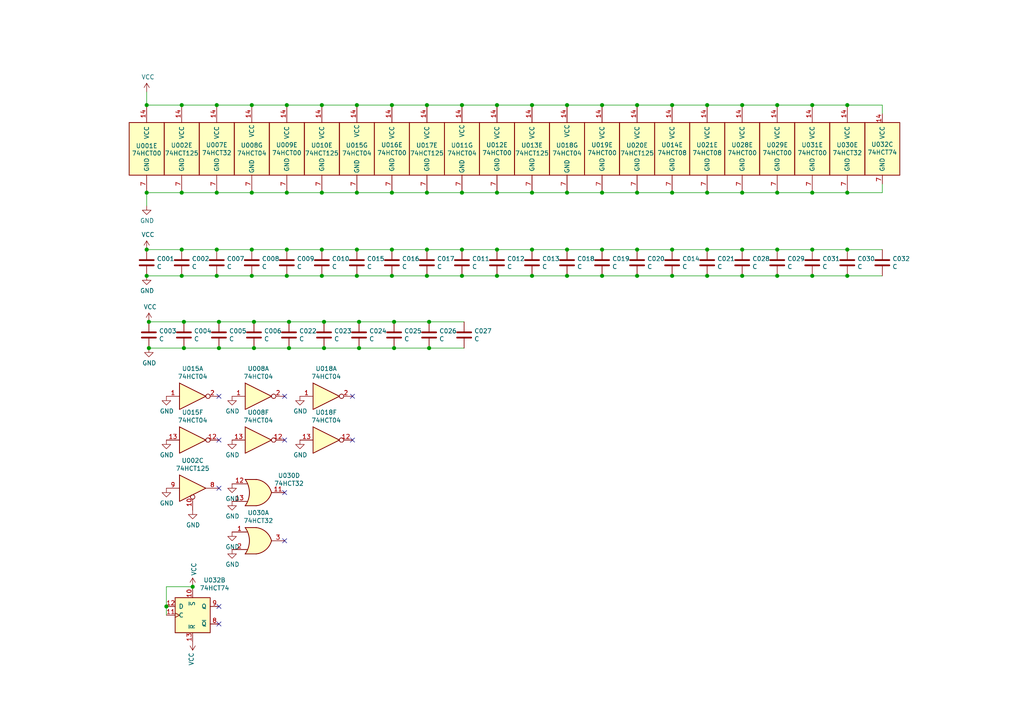
<source format=kicad_sch>
(kicad_sch (version 20211123) (generator eeschema)
  (paper "A4")
  (title_block (title "74HCT6526 Board 0") (date "2022-10-08") (rev "0.1.2") (company "Daniel Molina") (comment 1 "https://github.com/dmolinagarcia/74HCT6526"))
  (lib_symbols
    (symbol "74xx:74HCT00" (pin_names (offset 1.016))
      (property "Reference" "U" (at 0 1.27 0))
      (property "Value" "74HCT00" (at 0 -1.27 0))
      (symbol "74HCT00_1_1"
        (pin input line (at -7.62 2.54 0) (length 3.81) (name "~") (number "1"))
        (pin input line (at -7.62 -2.54 0) (length 3.81) (name "~") (number "2"))
        (pin output inverted (at 7.62 0 180) (length 3.81) (name "~") (number "3"))
      )
      (symbol "74HCT00_1_2"
        (pin input inverted (at -7.62 2.54 0) (length 4.318) (name "~") (number "1"))
        (pin input inverted (at -7.62 -2.54 0) (length 4.318) (name "~") (number "2"))
        (pin output line (at 7.62 0 180) (length 3.81) (name "~") (number "3"))
      )
      (symbol "74HCT00_2_1"
        (pin input line (at -7.62 2.54 0) (length 3.81) (name "~") (number "4"))
        (pin input line (at -7.62 -2.54 0) (length 3.81) (name "~") (number "5"))
        (pin output inverted (at 7.62 0 180) (length 3.81) (name "~") (number "6"))
      )
      (symbol "74HCT00_2_2"
        (pin input inverted (at -7.62 2.54 0) (length 4.318) (name "~") (number "4"))
        (pin input inverted (at -7.62 -2.54 0) (length 4.318) (name "~") (number "5"))
        (pin output line (at 7.62 0 180) (length 3.81) (name "~") (number "6"))
      )
      (symbol "74HCT00_3_1"
        (pin input line (at -7.62 -2.54 0) (length 3.81) (name "~") (number "10"))
        (pin output inverted (at 7.62 0 180) (length 3.81) (name "~") (number "8"))
        (pin input line (at -7.62 2.54 0) (length 3.81) (name "~") (number "9"))
      )
      (symbol "74HCT00_3_2"
        (pin input inverted (at -7.62 -2.54 0) (length 4.318) (name "~") (number "10"))
        (pin output line (at 7.62 0 180) (length 3.81) (name "~") (number "8"))
        (pin input inverted (at -7.62 2.54 0) (length 4.318) (name "~") (number "9"))
      )
      (symbol "74HCT00_4_1"
        (pin output inverted (at 7.62 0 180) (length 3.81) (name "~") (number "11"))
        (pin input line (at -7.62 2.54 0) (length 3.81) (name "~") (number "12"))
        (pin input line (at -7.62 -2.54 0) (length 3.81) (name "~") (number "13"))
      )
      (symbol "74HCT00_4_2"
        (pin output line (at 7.62 0 180) (length 3.81) (name "~") (number "11"))
        (pin input inverted (at -7.62 2.54 0) (length 4.318) (name "~") (number "12"))
        (pin input inverted (at -7.62 -2.54 0) (length 4.318) (name "~") (number "13"))
      )
      (symbol "74HCT00_5_0"
        (pin power_in line (at 0 12.7 270) (length 5.08) (name "VCC") (number "14"))
        (pin power_in line (at 0 -12.7 90) (length 5.08) (name "GND") (number "7"))
      )
    )
    (symbol "74xx:74HCT00_1" (pin_names (offset 1.016))
      (property "Reference" "U" (at 0 1.27 0))
      (property "Value" "74HCT00" (at 0 -1.27 0))
      (symbol "74HCT00_1_1_1"
        (pin input line (at -7.62 2.54 0) (length 3.81) (name "~") (number "1"))
        (pin input line (at -7.62 -2.54 0) (length 3.81) (name "~") (number "2"))
        (pin output inverted (at 7.62 0 180) (length 3.81) (name "~") (number "3"))
      )
      (symbol "74HCT00_1_1_2"
        (pin input inverted (at -7.62 2.54 0) (length 4.318) (name "~") (number "1"))
        (pin input inverted (at -7.62 -2.54 0) (length 4.318) (name "~") (number "2"))
        (pin output line (at 7.62 0 180) (length 3.81) (name "~") (number "3"))
      )
      (symbol "74HCT00_1_2_1"
        (pin input line (at -7.62 2.54 0) (length 3.81) (name "~") (number "4"))
        (pin input line (at -7.62 -2.54 0) (length 3.81) (name "~") (number "5"))
        (pin output inverted (at 7.62 0 180) (length 3.81) (name "~") (number "6"))
      )
      (symbol "74HCT00_1_2_2"
        (pin input inverted (at -7.62 2.54 0) (length 4.318) (name "~") (number "4"))
        (pin input inverted (at -7.62 -2.54 0) (length 4.318) (name "~") (number "5"))
        (pin output line (at 7.62 0 180) (length 3.81) (name "~") (number "6"))
      )
      (symbol "74HCT00_1_3_1"
        (pin input line (at -7.62 -2.54 0) (length 3.81) (name "~") (number "10"))
        (pin output inverted (at 7.62 0 180) (length 3.81) (name "~") (number "8"))
        (pin input line (at -7.62 2.54 0) (length 3.81) (name "~") (number "9"))
      )
      (symbol "74HCT00_1_3_2"
        (pin input inverted (at -7.62 -2.54 0) (length 4.318) (name "~") (number "10"))
        (pin output line (at 7.62 0 180) (length 3.81) (name "~") (number "8"))
        (pin input inverted (at -7.62 2.54 0) (length 4.318) (name "~") (number "9"))
      )
      (symbol "74HCT00_1_4_1"
        (pin output inverted (at 7.62 0 180) (length 3.81) (name "~") (number "11"))
        (pin input line (at -7.62 2.54 0) (length 3.81) (name "~") (number "12"))
        (pin input line (at -7.62 -2.54 0) (length 3.81) (name "~") (number "13"))
      )
      (symbol "74HCT00_1_4_2"
        (pin output line (at 7.62 0 180) (length 3.81) (name "~") (number "11"))
        (pin input inverted (at -7.62 2.54 0) (length 4.318) (name "~") (number "12"))
        (pin input inverted (at -7.62 -2.54 0) (length 4.318) (name "~") (number "13"))
      )
      (symbol "74HCT00_1_5_0"
        (pin power_in line (at 0 12.7 270) (length 5.08) (name "VCC") (number "14"))
        (pin power_in line (at 0 -12.7 90) (length 5.08) (name "GND") (number "7"))
      )
    )
    (symbol "74xx:74HCT00_2" (pin_names (offset 1.016))
      (property "Reference" "U" (at 0 1.27 0))
      (property "Value" "74HCT00" (at 0 -1.27 0))
      (symbol "74HCT00_2_1_1"
        (pin input line (at -7.62 2.54 0) (length 3.81) (name "~") (number "1"))
        (pin input line (at -7.62 -2.54 0) (length 3.81) (name "~") (number "2"))
        (pin output inverted (at 7.62 0 180) (length 3.81) (name "~") (number "3"))
      )
      (symbol "74HCT00_2_1_2"
        (pin input inverted (at -7.62 2.54 0) (length 4.318) (name "~") (number "1"))
        (pin input inverted (at -7.62 -2.54 0) (length 4.318) (name "~") (number "2"))
        (pin output line (at 7.62 0 180) (length 3.81) (name "~") (number "3"))
      )
      (symbol "74HCT00_2_2_1"
        (pin input line (at -7.62 2.54 0) (length 3.81) (name "~") (number "4"))
        (pin input line (at -7.62 -2.54 0) (length 3.81) (name "~") (number "5"))
        (pin output inverted (at 7.62 0 180) (length 3.81) (name "~") (number "6"))
      )
      (symbol "74HCT00_2_2_2"
        (pin input inverted (at -7.62 2.54 0) (length 4.318) (name "~") (number "4"))
        (pin input inverted (at -7.62 -2.54 0) (length 4.318) (name "~") (number "5"))
        (pin output line (at 7.62 0 180) (length 3.81) (name "~") (number "6"))
      )
      (symbol "74HCT00_2_3_1"
        (pin input line (at -7.62 -2.54 0) (length 3.81) (name "~") (number "10"))
        (pin output inverted (at 7.62 0 180) (length 3.81) (name "~") (number "8"))
        (pin input line (at -7.62 2.54 0) (length 3.81) (name "~") (number "9"))
      )
      (symbol "74HCT00_2_3_2"
        (pin input inverted (at -7.62 -2.54 0) (length 4.318) (name "~") (number "10"))
        (pin output line (at 7.62 0 180) (length 3.81) (name "~") (number "8"))
        (pin input inverted (at -7.62 2.54 0) (length 4.318) (name "~") (number "9"))
      )
      (symbol "74HCT00_2_4_1"
        (pin output inverted (at 7.62 0 180) (length 3.81) (name "~") (number "11"))
        (pin input line (at -7.62 2.54 0) (length 3.81) (name "~") (number "12"))
        (pin input line (at -7.62 -2.54 0) (length 3.81) (name "~") (number "13"))
      )
      (symbol "74HCT00_2_4_2"
        (pin output line (at 7.62 0 180) (length 3.81) (name "~") (number "11"))
        (pin input inverted (at -7.62 2.54 0) (length 4.318) (name "~") (number "12"))
        (pin input inverted (at -7.62 -2.54 0) (length 4.318) (name "~") (number "13"))
      )
      (symbol "74HCT00_2_5_0"
        (pin power_in line (at 0 12.7 270) (length 5.08) (name "VCC") (number "14"))
        (pin power_in line (at 0 -12.7 90) (length 5.08) (name "GND") (number "7"))
      )
    )
    (symbol "74xx:74HCT00_7" (pin_names (offset 1.016))
      (property "Reference" "U" (at 0 1.27 0))
      (property "Value" "74HCT00" (at 0 -1.27 0))
      (symbol "74HCT00_7_1_1"
        (pin input line (at -7.62 2.54 0) (length 3.81) (name "~") (number "1"))
        (pin input line (at -7.62 -2.54 0) (length 3.81) (name "~") (number "2"))
        (pin output inverted (at 7.62 0 180) (length 3.81) (name "~") (number "3"))
      )
      (symbol "74HCT00_7_1_2"
        (pin input inverted (at -7.62 2.54 0) (length 4.318) (name "~") (number "1"))
        (pin input inverted (at -7.62 -2.54 0) (length 4.318) (name "~") (number "2"))
        (pin output line (at 7.62 0 180) (length 3.81) (name "~") (number "3"))
      )
      (symbol "74HCT00_7_2_1"
        (pin input line (at -7.62 2.54 0) (length 3.81) (name "~") (number "4"))
        (pin input line (at -7.62 -2.54 0) (length 3.81) (name "~") (number "5"))
        (pin output inverted (at 7.62 0 180) (length 3.81) (name "~") (number "6"))
      )
      (symbol "74HCT00_7_2_2"
        (pin input inverted (at -7.62 2.54 0) (length 4.318) (name "~") (number "4"))
        (pin input inverted (at -7.62 -2.54 0) (length 4.318) (name "~") (number "5"))
        (pin output line (at 7.62 0 180) (length 3.81) (name "~") (number "6"))
      )
      (symbol "74HCT00_7_3_1"
        (pin input line (at -7.62 -2.54 0) (length 3.81) (name "~") (number "10"))
        (pin output inverted (at 7.62 0 180) (length 3.81) (name "~") (number "8"))
        (pin input line (at -7.62 2.54 0) (length 3.81) (name "~") (number "9"))
      )
      (symbol "74HCT00_7_3_2"
        (pin input inverted (at -7.62 -2.54 0) (length 4.318) (name "~") (number "10"))
        (pin output line (at 7.62 0 180) (length 3.81) (name "~") (number "8"))
        (pin input inverted (at -7.62 2.54 0) (length 4.318) (name "~") (number "9"))
      )
      (symbol "74HCT00_7_4_1"
        (pin output inverted (at 7.62 0 180) (length 3.81) (name "~") (number "11"))
        (pin input line (at -7.62 2.54 0) (length 3.81) (name "~") (number "12"))
        (pin input line (at -7.62 -2.54 0) (length 3.81) (name "~") (number "13"))
      )
      (symbol "74HCT00_7_4_2"
        (pin output line (at 7.62 0 180) (length 3.81) (name "~") (number "11"))
        (pin input inverted (at -7.62 2.54 0) (length 4.318) (name "~") (number "12"))
        (pin input inverted (at -7.62 -2.54 0) (length 4.318) (name "~") (number "13"))
      )
      (symbol "74HCT00_7_5_0"
        (pin power_in line (at 0 12.7 270) (length 5.08) (name "VCC") (number "14"))
        (pin power_in line (at 0 -12.7 90) (length 5.08) (name "GND") (number "7"))
      )
    )
    (symbol "74xx:74HCT04"
      (property "Reference" "U" (at 0 1.27 0))
      (property "Value" "74HCT04" (at 0 -1.27 0))
      (symbol "74HCT04_1_0"
        (pin input line (at -7.62 0 0) (length 3.81) (name "~") (number "1"))
        (pin output inverted (at 7.62 0 180) (length 3.81) (name "~") (number "2"))
      )
      (symbol "74HCT04_2_0"
        (pin input line (at -7.62 0 0) (length 3.81) (name "~") (number "3"))
        (pin output inverted (at 7.62 0 180) (length 3.81) (name "~") (number "4"))
      )
      (symbol "74HCT04_3_0"
        (pin input line (at -7.62 0 0) (length 3.81) (name "~") (number "5"))
        (pin output inverted (at 7.62 0 180) (length 3.81) (name "~") (number "6"))
      )
      (symbol "74HCT04_4_0"
        (pin output inverted (at 7.62 0 180) (length 3.81) (name "~") (number "8"))
        (pin input line (at -7.62 0 0) (length 3.81) (name "~") (number "9"))
      )
      (symbol "74HCT04_5_0"
        (pin output inverted (at 7.62 0 180) (length 3.81) (name "~") (number "10"))
        (pin input line (at -7.62 0 0) (length 3.81) (name "~") (number "11"))
      )
      (symbol "74HCT04_6_0"
        (pin output inverted (at 7.62 0 180) (length 3.81) (name "~") (number "12"))
        (pin input line (at -7.62 0 0) (length 3.81) (name "~") (number "13"))
      )
      (symbol "74HCT04_7_0"
        (pin power_in line (at 0 12.7 270) (length 5.08) (name "VCC") (number "14"))
        (pin power_in line (at 0 -12.7 90) (length 5.08) (name "GND") (number "7"))
      )
    )
    (symbol "74xx:74LS08" (pin_names (offset 1.016))
      (property "Reference" "U" (at 0 1.27 0))
      (property "Value" "74LS08" (at 0 -1.27 0))
      (symbol "74LS08_1_1"
        (pin input line (at -7.62 2.54 0) (length 3.81) (name "~") (number "1"))
        (pin input line (at -7.62 -2.54 0) (length 3.81) (name "~") (number "2"))
        (pin output line (at 7.62 0 180) (length 3.81) (name "~") (number "3"))
      )
      (symbol "74LS08_1_2"
        (pin input inverted (at -7.62 2.54 0) (length 4.318) (name "~") (number "1"))
        (pin input inverted (at -7.62 -2.54 0) (length 4.318) (name "~") (number "2"))
        (pin output inverted (at 7.62 0 180) (length 3.81) (name "~") (number "3"))
      )
      (symbol "74LS08_2_1"
        (pin input line (at -7.62 2.54 0) (length 3.81) (name "~") (number "4"))
        (pin input line (at -7.62 -2.54 0) (length 3.81) (name "~") (number "5"))
        (pin output line (at 7.62 0 180) (length 3.81) (name "~") (number "6"))
      )
      (symbol "74LS08_2_2"
        (pin input inverted (at -7.62 2.54 0) (length 4.318) (name "~") (number "4"))
        (pin input inverted (at -7.62 -2.54 0) (length 4.318) (name "~") (number "5"))
        (pin output inverted (at 7.62 0 180) (length 3.81) (name "~") (number "6"))
      )
      (symbol "74LS08_3_1"
        (pin input line (at -7.62 -2.54 0) (length 3.81) (name "~") (number "10"))
        (pin output line (at 7.62 0 180) (length 3.81) (name "~") (number "8"))
        (pin input line (at -7.62 2.54 0) (length 3.81) (name "~") (number "9"))
      )
      (symbol "74LS08_3_2"
        (pin input inverted (at -7.62 -2.54 0) (length 4.318) (name "~") (number "10"))
        (pin output inverted (at 7.62 0 180) (length 3.81) (name "~") (number "8"))
        (pin input inverted (at -7.62 2.54 0) (length 4.318) (name "~") (number "9"))
      )
      (symbol "74LS08_4_1"
        (pin output line (at 7.62 0 180) (length 3.81) (name "~") (number "11"))
        (pin input line (at -7.62 2.54 0) (length 3.81) (name "~") (number "12"))
        (pin input line (at -7.62 -2.54 0) (length 3.81) (name "~") (number "13"))
      )
      (symbol "74LS08_4_2"
        (pin output inverted (at 7.62 0 180) (length 3.81) (name "~") (number "11"))
        (pin input inverted (at -7.62 2.54 0) (length 4.318) (name "~") (number "12"))
        (pin input inverted (at -7.62 -2.54 0) (length 4.318) (name "~") (number "13"))
      )
      (symbol "74LS08_5_0"
        (pin power_in line (at 0 12.7 270) (length 5.08) (name "VCC") (number "14"))
        (pin power_in line (at 0 -12.7 90) (length 5.08) (name "GND") (number "7"))
      )
    )
    (symbol "74xx:74LS125" (pin_names (offset 1.016))
      (property "Reference" "U" (at 0 1.27 0))
      (property "Value" "74LS125" (at 0 -1.27 0))
      (symbol "74LS125_1_0"
        (pin input inverted (at 0 -6.35 90) (length 4.445) (name "~") (number "1"))
        (pin input line (at -7.62 0 0) (length 3.81) (name "~") (number "2"))
        (pin tri_state line (at 7.62 0 180) (length 3.81) (name "~") (number "3"))
      )
      (symbol "74LS125_2_0"
        (pin input inverted (at 0 -6.35 90) (length 4.445) (name "~") (number "4"))
        (pin input line (at -7.62 0 0) (length 3.81) (name "~") (number "5"))
        (pin tri_state line (at 7.62 0 180) (length 3.81) (name "~") (number "6"))
      )
      (symbol "74LS125_3_0"
        (pin input inverted (at 0 -6.35 90) (length 4.445) (name "~") (number "10"))
        (pin tri_state line (at 7.62 0 180) (length 3.81) (name "~") (number "8"))
        (pin input line (at -7.62 0 0) (length 3.81) (name "~") (number "9"))
      )
      (symbol "74LS125_4_0"
        (pin tri_state line (at 7.62 0 180) (length 3.81) (name "~") (number "11"))
        (pin input line (at -7.62 0 0) (length 3.81) (name "~") (number "12"))
        (pin input inverted (at 0 -6.35 90) (length 4.445) (name "~") (number "13"))
      )
      (symbol "74LS125_5_0"
        (pin power_in line (at 0 12.7 270) (length 5.08) (name "VCC") (number "14"))
        (pin power_in line (at 0 -12.7 90) (length 5.08) (name "GND") (number "7"))
      )
    )
    (symbol "74xx:74LS32" (pin_names (offset 1.016))
      (property "Reference" "U" (at 0 1.27 0))
      (property "Value" "74LS32" (at 0 -1.27 0))
      (symbol "74LS32_1_1"
        (pin input line (at -7.62 2.54 0) (length 4.318) (name "~") (number "1"))
        (pin input line (at -7.62 -2.54 0) (length 4.318) (name "~") (number "2"))
        (pin output line (at 7.62 0 180) (length 3.81) (name "~") (number "3"))
      )
      (symbol "74LS32_1_2"
        (pin input inverted (at -7.62 2.54 0) (length 3.81) (name "~") (number "1"))
        (pin input inverted (at -7.62 -2.54 0) (length 3.81) (name "~") (number "2"))
        (pin output inverted (at 7.62 0 180) (length 3.81) (name "~") (number "3"))
      )
      (symbol "74LS32_2_1"
        (pin input line (at -7.62 2.54 0) (length 4.318) (name "~") (number "4"))
        (pin input line (at -7.62 -2.54 0) (length 4.318) (name "~") (number "5"))
        (pin output line (at 7.62 0 180) (length 3.81) (name "~") (number "6"))
      )
      (symbol "74LS32_2_2"
        (pin input inverted (at -7.62 2.54 0) (length 3.81) (name "~") (number "4"))
        (pin input inverted (at -7.62 -2.54 0) (length 3.81) (name "~") (number "5"))
        (pin output inverted (at 7.62 0 180) (length 3.81) (name "~") (number "6"))
      )
      (symbol "74LS32_3_1"
        (pin input line (at -7.62 -2.54 0) (length 4.318) (name "~") (number "10"))
        (pin output line (at 7.62 0 180) (length 3.81) (name "~") (number "8"))
        (pin input line (at -7.62 2.54 0) (length 4.318) (name "~") (number "9"))
      )
      (symbol "74LS32_3_2"
        (pin input inverted (at -7.62 -2.54 0) (length 3.81) (name "~") (number "10"))
        (pin output inverted (at 7.62 0 180) (length 3.81) (name "~") (number "8"))
        (pin input inverted (at -7.62 2.54 0) (length 3.81) (name "~") (number "9"))
      )
      (symbol "74LS32_4_1"
        (pin output line (at 7.62 0 180) (length 3.81) (name "~") (number "11"))
        (pin input line (at -7.62 2.54 0) (length 4.318) (name "~") (number "12"))
        (pin input line (at -7.62 -2.54 0) (length 4.318) (name "~") (number "13"))
      )
      (symbol "74LS32_4_2"
        (pin output inverted (at 7.62 0 180) (length 3.81) (name "~") (number "11"))
        (pin input inverted (at -7.62 2.54 0) (length 3.81) (name "~") (number "12"))
        (pin input inverted (at -7.62 -2.54 0) (length 3.81) (name "~") (number "13"))
      )
      (symbol "74LS32_5_0"
        (pin power_in line (at 0 12.7 270) (length 5.08) (name "VCC") (number "14"))
        (pin power_in line (at 0 -12.7 90) (length 5.08) (name "GND") (number "7"))
      )
    )
    (symbol "74xx:74LS32_1" (pin_names (offset 1.016))
      (property "Reference" "U" (at 0 1.27 0))
      (property "Value" "74LS32" (at 0 -1.27 0))
      (symbol "74LS32_1_1_1"
        (pin input line (at -7.62 2.54 0) (length 4.318) (name "~") (number "1"))
        (pin input line (at -7.62 -2.54 0) (length 4.318) (name "~") (number "2"))
        (pin output line (at 7.62 0 180) (length 3.81) (name "~") (number "3"))
      )
      (symbol "74LS32_1_1_2"
        (pin input inverted (at -7.62 2.54 0) (length 3.81) (name "~") (number "1"))
        (pin input inverted (at -7.62 -2.54 0) (length 3.81) (name "~") (number "2"))
        (pin output inverted (at 7.62 0 180) (length 3.81) (name "~") (number "3"))
      )
      (symbol "74LS32_1_2_1"
        (pin input line (at -7.62 2.54 0) (length 4.318) (name "~") (number "4"))
        (pin input line (at -7.62 -2.54 0) (length 4.318) (name "~") (number "5"))
        (pin output line (at 7.62 0 180) (length 3.81) (name "~") (number "6"))
      )
      (symbol "74LS32_1_2_2"
        (pin input inverted (at -7.62 2.54 0) (length 3.81) (name "~") (number "4"))
        (pin input inverted (at -7.62 -2.54 0) (length 3.81) (name "~") (number "5"))
        (pin output inverted (at 7.62 0 180) (length 3.81) (name "~") (number "6"))
      )
      (symbol "74LS32_1_3_1"
        (pin input line (at -7.62 -2.54 0) (length 4.318) (name "~") (number "10"))
        (pin output line (at 7.62 0 180) (length 3.81) (name "~") (number "8"))
        (pin input line (at -7.62 2.54 0) (length 4.318) (name "~") (number "9"))
      )
      (symbol "74LS32_1_3_2"
        (pin input inverted (at -7.62 -2.54 0) (length 3.81) (name "~") (number "10"))
        (pin output inverted (at 7.62 0 180) (length 3.81) (name "~") (number "8"))
        (pin input inverted (at -7.62 2.54 0) (length 3.81) (name "~") (number "9"))
      )
      (symbol "74LS32_1_4_1"
        (pin output line (at 7.62 0 180) (length 3.81) (name "~") (number "11"))
        (pin input line (at -7.62 2.54 0) (length 4.318) (name "~") (number "12"))
        (pin input line (at -7.62 -2.54 0) (length 4.318) (name "~") (number "13"))
      )
      (symbol "74LS32_1_4_2"
        (pin output inverted (at 7.62 0 180) (length 3.81) (name "~") (number "11"))
        (pin input inverted (at -7.62 2.54 0) (length 3.81) (name "~") (number "12"))
        (pin input inverted (at -7.62 -2.54 0) (length 3.81) (name "~") (number "13"))
      )
      (symbol "74LS32_1_5_0"
        (pin power_in line (at 0 12.7 270) (length 5.08) (name "VCC") (number "14"))
        (pin power_in line (at 0 -12.7 90) (length 5.08) (name "GND") (number "7"))
      )
    )
    (symbol "74xx:74LS32_2" (pin_names (offset 1.016))
      (property "Reference" "U" (at 0 1.27 0))
      (property "Value" "74LS32" (at 0 -1.27 0))
      (symbol "74LS32_2_1_1"
        (pin input line (at -7.62 2.54 0) (length 4.318) (name "~") (number "1"))
        (pin input line (at -7.62 -2.54 0) (length 4.318) (name "~") (number "2"))
        (pin output line (at 7.62 0 180) (length 3.81) (name "~") (number "3"))
      )
      (symbol "74LS32_2_1_2"
        (pin input inverted (at -7.62 2.54 0) (length 3.81) (name "~") (number "1"))
        (pin input inverted (at -7.62 -2.54 0) (length 3.81) (name "~") (number "2"))
        (pin output inverted (at 7.62 0 180) (length 3.81) (name "~") (number "3"))
      )
      (symbol "74LS32_2_2_1"
        (pin input line (at -7.62 2.54 0) (length 4.318) (name "~") (number "4"))
        (pin input line (at -7.62 -2.54 0) (length 4.318) (name "~") (number "5"))
        (pin output line (at 7.62 0 180) (length 3.81) (name "~") (number "6"))
      )
      (symbol "74LS32_2_2_2"
        (pin input inverted (at -7.62 2.54 0) (length 3.81) (name "~") (number "4"))
        (pin input inverted (at -7.62 -2.54 0) (length 3.81) (name "~") (number "5"))
        (pin output inverted (at 7.62 0 180) (length 3.81) (name "~") (number "6"))
      )
      (symbol "74LS32_2_3_1"
        (pin input line (at -7.62 -2.54 0) (length 4.318) (name "~") (number "10"))
        (pin output line (at 7.62 0 180) (length 3.81) (name "~") (number "8"))
        (pin input line (at -7.62 2.54 0) (length 4.318) (name "~") (number "9"))
      )
      (symbol "74LS32_2_3_2"
        (pin input inverted (at -7.62 -2.54 0) (length 3.81) (name "~") (number "10"))
        (pin output inverted (at 7.62 0 180) (length 3.81) (name "~") (number "8"))
        (pin input inverted (at -7.62 2.54 0) (length 3.81) (name "~") (number "9"))
      )
      (symbol "74LS32_2_4_1"
        (pin output line (at 7.62 0 180) (length 3.81) (name "~") (number "11"))
        (pin input line (at -7.62 2.54 0) (length 4.318) (name "~") (number "12"))
        (pin input line (at -7.62 -2.54 0) (length 4.318) (name "~") (number "13"))
      )
      (symbol "74LS32_2_4_2"
        (pin output inverted (at 7.62 0 180) (length 3.81) (name "~") (number "11"))
        (pin input inverted (at -7.62 2.54 0) (length 3.81) (name "~") (number "12"))
        (pin input inverted (at -7.62 -2.54 0) (length 3.81) (name "~") (number "13"))
      )
      (symbol "74LS32_2_5_0"
        (pin power_in line (at 0 12.7 270) (length 5.08) (name "VCC") (number "14"))
        (pin power_in line (at 0 -12.7 90) (length 5.08) (name "GND") (number "7"))
      )
    )
    (symbol "74xx:74LS74" (pin_names (offset 1.016))
      (property "Reference" "U" (at -7.62 8.89 0))
      (property "Value" "74LS74" (at -7.62 -8.89 0))
      (symbol "74LS74_1_0"
        (pin input line (at 0 -7.62 90) (length 2.54) (name "~{R}") (number "1"))
        (pin input line (at -7.62 2.54 0) (length 2.54) (name "D") (number "2"))
        (pin input clock (at -7.62 0 0) (length 2.54) (name "C") (number "3"))
        (pin input line (at 0 7.62 270) (length 2.54) (name "~{S}") (number "4"))
        (pin output line (at 7.62 2.54 180) (length 2.54) (name "Q") (number "5"))
        (pin output line (at 7.62 -2.54 180) (length 2.54) (name "~{Q}") (number "6"))
      )
      (symbol "74LS74_2_0"
        (pin input line (at 0 7.62 270) (length 2.54) (name "~{S}") (number "10"))
        (pin input clock (at -7.62 0 0) (length 2.54) (name "C") (number "11"))
        (pin input line (at -7.62 2.54 0) (length 2.54) (name "D") (number "12"))
        (pin input line (at 0 -7.62 90) (length 2.54) (name "~{R}") (number "13"))
        (pin output line (at 7.62 -2.54 180) (length 2.54) (name "~{Q}") (number "8"))
        (pin output line (at 7.62 2.54 180) (length 2.54) (name "Q") (number "9"))
      )
      (symbol "74LS74_3_0"
        (pin power_in line (at 0 10.16 270) (length 2.54) (name "VCC") (number "14"))
        (pin power_in line (at 0 -10.16 90) (length 2.54) (name "GND") (number "7"))
      )
    )
    (symbol "Device:C" (pin_numbers hide) (pin_names (offset 0.254))
      (property "Reference" "C" (at 0.635 2.54 0))
      (property "Value" "C" (at 0.635 -2.54 0))
      (symbol "C_1_1"
        (pin passive line (at 0 3.81 270) (length 2.794) (name "~") (number "1"))
        (pin passive line (at 0 -3.81 90) (length 2.794) (name "~") (number "2"))
      )
    )
    (symbol "power:GND" (power) (pin_names (offset 0))
      (property "Value" "GND" (at 0 -3.81 0))
      (symbol "GND_1_1"
        (pin power_in line (at 0 0 270) (length 0) hide (name "GND") (number "1"))
      )
    )
    (symbol "power:VCC" (power) (pin_names (offset 0))
      (property "Value" "VCC" (at 0 3.81 0))
      (symbol "VCC_1_1"
        (pin power_in line (at 0 0 90) (length 0) hide (name "VCC") (number "1"))
      )
    )
  )
  (junction (at 205.105 72.39) (diameter 1.016))
  (junction (at 83.82 100.965) (diameter 1.016))
  (junction (at 194.945 72.39) (diameter 1.016))
  (junction (at 123.825 80.01) (diameter 1.016))
  (junction (at 133.985 55.88) (diameter 1.016))
  (junction (at 63.5 100.965) (diameter 1.016))
  (junction (at 235.585 80.01) (diameter 1.016))
  (junction (at 235.585 30.48) (diameter 1.016))
  (junction (at 73.66 93.345) (diameter 1.016))
  (junction (at 164.465 72.39) (diameter 1.016))
  (junction (at 73.025 72.39) (diameter 1.016))
  (junction (at 133.985 72.39) (diameter 1.016))
  (junction (at 205.105 30.48) (diameter 1.016))
  (junction (at 103.505 30.48) (diameter 1.016))
  (junction (at 73.025 30.48) (diameter 1.016))
  (junction (at 93.345 72.39) (diameter 1.016))
  (junction (at 184.785 30.48) (diameter 1.016))
  (junction (at 245.745 55.88) (diameter 1.016))
  (junction (at 62.865 30.48) (diameter 1.016))
  (junction (at 83.185 80.01) (diameter 1.016))
  (junction (at 52.705 55.88) (diameter 1.016))
  (junction (at 194.945 30.48) (diameter 1.016))
  (junction (at 104.14 93.345) (diameter 1.016))
  (junction (at 113.665 55.88) (diameter 1.016))
  (junction (at 103.505 80.01) (diameter 1.016))
  (junction (at 62.865 80.01) (diameter 1.016))
  (junction (at 225.425 72.39) (diameter 1.016))
  (junction (at 103.505 72.39) (diameter 1.016))
  (junction (at 215.265 55.88) (diameter 1.016))
  (junction (at 215.265 30.48) (diameter 1.016))
  (junction (at 184.785 80.01) (diameter 1.016))
  (junction (at 53.34 100.965) (diameter 1.016))
  (junction (at 73.025 55.88) (diameter 1.016))
  (junction (at 144.145 72.39) (diameter 1.016))
  (junction (at 215.265 80.01) (diameter 1.016))
  (junction (at 144.145 55.88) (diameter 1.016))
  (junction (at 123.825 55.88) (diameter 1.016))
  (junction (at 164.465 55.88) (diameter 1.016))
  (junction (at 154.305 72.39) (diameter 1.016))
  (junction (at 124.46 100.965) (diameter 1.016))
  (junction (at 194.945 55.88) (diameter 1.016))
  (junction (at 63.5 93.345) (diameter 1.016))
  (junction (at 174.625 72.39) (diameter 1.016))
  (junction (at 114.3 100.965) (diameter 1.016))
  (junction (at 205.105 55.88) (diameter 1.016))
  (junction (at 245.745 72.39) (diameter 1.016))
  (junction (at 93.345 80.01) (diameter 1.016))
  (junction (at 113.665 72.39) (diameter 1.016))
  (junction (at 53.34 93.345) (diameter 1.016))
  (junction (at 52.705 80.01) (diameter 1.016))
  (junction (at 83.185 30.48) (diameter 1.016))
  (junction (at 42.545 72.39) (diameter 1.016))
  (junction (at 164.465 30.48) (diameter 1.016))
  (junction (at 113.665 30.48) (diameter 1.016))
  (junction (at 154.305 80.01) (diameter 1.016))
  (junction (at 43.18 93.345) (diameter 1.016))
  (junction (at 83.185 72.39) (diameter 1.016))
  (junction (at 123.825 72.39) (diameter 1.016))
  (junction (at 52.705 30.48) (diameter 1.016))
  (junction (at 245.745 80.01) (diameter 1.016))
  (junction (at 133.985 80.01) (diameter 1.016))
  (junction (at 93.98 100.965) (diameter 1.016))
  (junction (at 123.825 30.48) (diameter 1.016))
  (junction (at 184.785 55.88) (diameter 1.016))
  (junction (at 62.865 72.39) (diameter 1.016))
  (junction (at 104.14 100.965) (diameter 1.016))
  (junction (at 184.785 72.39) (diameter 1.016))
  (junction (at 144.145 80.01) (diameter 1.016))
  (junction (at 174.625 80.01) (diameter 1.016))
  (junction (at 133.985 30.48) (diameter 1.016))
  (junction (at 154.305 55.88) (diameter 1.016))
  (junction (at 83.82 93.345) (diameter 1.016))
  (junction (at 83.185 55.88) (diameter 1.016))
  (junction (at 52.705 72.39) (diameter 1.016))
  (junction (at 225.425 55.88) (diameter 1.016))
  (junction (at 62.865 55.88) (diameter 1.016))
  (junction (at 174.625 30.48) (diameter 1.016))
  (junction (at 93.98 93.345) (diameter 1.016))
  (junction (at 113.665 80.01) (diameter 1.016))
  (junction (at 215.265 72.39) (diameter 1.016))
  (junction (at 164.465 80.01) (diameter 1.016))
  (junction (at 144.145 30.48) (diameter 1.016))
  (junction (at 48.26 175.895) (diameter 1.016))
  (junction (at 42.545 55.88) (diameter 1.016))
  (junction (at 235.585 55.88) (diameter 1.016))
  (junction (at 174.625 55.88) (diameter 1.016))
  (junction (at 205.105 80.01) (diameter 1.016))
  (junction (at 93.345 30.48) (diameter 1.016))
  (junction (at 73.66 100.965) (diameter 1.016))
  (junction (at 225.425 80.01) (diameter 1.016))
  (junction (at 114.3 93.345) (diameter 1.016))
  (junction (at 154.305 30.48) (diameter 1.016))
  (junction (at 235.585 72.39) (diameter 1.016))
  (junction (at 55.88 170.18) (diameter 1.016))
  (junction (at 103.505 55.88) (diameter 1.016))
  (junction (at 42.545 80.01) (diameter 1.016))
  (junction (at 73.025 80.01) (diameter 1.016))
  (junction (at 93.345 55.88) (diameter 1.016))
  (junction (at 194.945 80.01) (diameter 1.016))
  (junction (at 225.425 30.48) (diameter 1.016))
  (junction (at 124.46 93.345) (diameter 1.016))
  (junction (at 245.745 30.48) (diameter 1.016))
  (junction (at 43.18 100.965) (diameter 1.016))
  (junction (at 42.545 30.48) (diameter 1.016))
  (no_connect (at 63.5 114.935))
  (no_connect (at 102.235 114.935))
  (no_connect (at 63.5 175.895))
  (no_connect (at 102.235 127.635))
  (no_connect (at 63.5 141.605))
  (no_connect (at 82.55 142.875))
  (no_connect (at 63.5 180.975))
  (no_connect (at 82.55 114.935))
  (no_connect (at 82.55 156.845))
  (no_connect (at 82.55 127.635))
  (no_connect (at 63.5 127.635))
  (wire (pts (xy 43.18 93.345) (xy 53.34 93.345)))
  (wire (pts (xy 133.985 80.01) (xy 144.145 80.01)))
  (wire (pts (xy 113.665 30.48) (xy 123.825 30.48)))
  (wire (pts (xy 245.745 30.48) (xy 255.905 30.48)))
  (wire (pts (xy 52.705 30.48) (xy 62.865 30.48)))
  (wire (pts (xy 194.945 80.01) (xy 205.105 80.01)))
  (wire (pts (xy 93.345 30.48) (xy 103.505 30.48)))
  (wire (pts (xy 83.185 80.01) (xy 93.345 80.01)))
  (wire (pts (xy 225.425 80.01) (xy 235.585 80.01)))
  (wire (pts (xy 103.505 30.48) (xy 113.665 30.48)))
  (wire (pts (xy 174.625 30.48) (xy 184.785 30.48)))
  (wire (pts (xy 48.26 170.18) (xy 48.26 175.895)))
  (wire (pts (xy 63.5 93.345) (xy 73.66 93.345)))
  (wire (pts (xy 235.585 72.39) (xy 245.745 72.39)))
  (wire (pts (xy 215.265 55.88) (xy 225.425 55.88)))
  (wire (pts (xy 245.745 55.88) (xy 255.905 55.88)))
  (wire (pts (xy 215.265 72.39) (xy 225.425 72.39)))
  (wire (pts (xy 52.705 80.01) (xy 62.865 80.01)))
  (wire (pts (xy 43.18 100.965) (xy 53.34 100.965)))
  (wire (pts (xy 205.105 80.01) (xy 215.265 80.01)))
  (wire (pts (xy 55.88 170.18) (xy 55.88 170.815)))
  (wire (pts (xy 184.785 30.48) (xy 194.945 30.48)))
  (wire (pts (xy 123.825 80.01) (xy 133.985 80.01)))
  (wire (pts (xy 113.665 55.88) (xy 123.825 55.88)))
  (wire (pts (xy 205.105 30.48) (xy 215.265 30.48)))
  (wire (pts (xy 73.025 80.01) (xy 83.185 80.01)))
  (wire (pts (xy 154.305 55.88) (xy 164.465 55.88)))
  (wire (pts (xy 124.46 93.345) (xy 134.62 93.345)))
  (wire (pts (xy 235.585 55.88) (xy 245.745 55.88)))
  (wire (pts (xy 48.26 175.895) (xy 48.26 178.435)))
  (wire (pts (xy 225.425 72.39) (xy 235.585 72.39)))
  (wire (pts (xy 184.785 80.01) (xy 194.945 80.01)))
  (wire (pts (xy 215.265 30.48) (xy 225.425 30.48)))
  (wire (pts (xy 93.98 93.345) (xy 104.14 93.345)))
  (wire (pts (xy 123.825 55.88) (xy 133.985 55.88)))
  (wire (pts (xy 174.625 80.01) (xy 184.785 80.01)))
  (wire (pts (xy 255.905 30.48) (xy 255.905 33.02)))
  (wire (pts (xy 164.465 55.88) (xy 174.625 55.88)))
  (wire (pts (xy 62.865 30.48) (xy 73.025 30.48)))
  (wire (pts (xy 133.985 55.88) (xy 144.145 55.88)))
  (wire (pts (xy 184.785 72.39) (xy 194.945 72.39)))
  (wire (pts (xy 42.545 80.01) (xy 52.705 80.01)))
  (wire (pts (xy 73.66 100.965) (xy 83.82 100.965)))
  (wire (pts (xy 194.945 72.39) (xy 205.105 72.39)))
  (wire (pts (xy 133.985 72.39) (xy 144.145 72.39)))
  (wire (pts (xy 53.34 93.345) (xy 63.5 93.345)))
  (wire (pts (xy 62.865 80.01) (xy 73.025 80.01)))
  (wire (pts (xy 55.88 170.18) (xy 48.26 170.18)))
  (wire (pts (xy 73.025 55.88) (xy 83.185 55.88)))
  (wire (pts (xy 154.305 72.39) (xy 164.465 72.39)))
  (wire (pts (xy 93.345 80.01) (xy 103.505 80.01)))
  (wire (pts (xy 174.625 72.39) (xy 184.785 72.39)))
  (wire (pts (xy 154.305 30.48) (xy 164.465 30.48)))
  (wire (pts (xy 113.665 80.01) (xy 123.825 80.01)))
  (wire (pts (xy 255.905 55.88) (xy 255.905 53.34)))
  (wire (pts (xy 52.705 72.39) (xy 62.865 72.39)))
  (wire (pts (xy 103.505 72.39) (xy 113.665 72.39)))
  (wire (pts (xy 114.3 100.965) (xy 124.46 100.965)))
  (wire (pts (xy 164.465 30.48) (xy 174.625 30.48)))
  (wire (pts (xy 62.865 72.39) (xy 73.025 72.39)))
  (wire (pts (xy 83.185 55.88) (xy 93.345 55.88)))
  (wire (pts (xy 144.145 30.48) (xy 154.305 30.48)))
  (wire (pts (xy 184.785 55.88) (xy 194.945 55.88)))
  (wire (pts (xy 83.185 72.39) (xy 93.345 72.39)))
  (wire (pts (xy 174.625 55.88) (xy 184.785 55.88)))
  (wire (pts (xy 235.585 80.01) (xy 245.745 80.01)))
  (wire (pts (xy 53.34 100.965) (xy 63.5 100.965)))
  (wire (pts (xy 63.5 100.965) (xy 73.66 100.965)))
  (wire (pts (xy 154.305 80.01) (xy 164.465 80.01)))
  (wire (pts (xy 83.82 93.345) (xy 93.98 93.345)))
  (wire (pts (xy 42.545 30.48) (xy 52.705 30.48)))
  (wire (pts (xy 83.185 30.48) (xy 93.345 30.48)))
  (wire (pts (xy 205.105 72.39) (xy 215.265 72.39)))
  (wire (pts (xy 93.98 100.965) (xy 104.14 100.965)))
  (wire (pts (xy 114.3 93.345) (xy 124.46 93.345)))
  (wire (pts (xy 42.545 55.88) (xy 42.545 59.69)))
  (wire (pts (xy 73.025 30.48) (xy 83.185 30.48)))
  (wire (pts (xy 215.265 80.01) (xy 225.425 80.01)))
  (wire (pts (xy 103.505 80.01) (xy 113.665 80.01)))
  (wire (pts (xy 164.465 72.39) (xy 174.625 72.39)))
  (wire (pts (xy 144.145 72.39) (xy 154.305 72.39)))
  (wire (pts (xy 52.705 55.88) (xy 62.865 55.88)))
  (wire (pts (xy 235.585 30.48) (xy 245.745 30.48)))
  (wire (pts (xy 123.825 72.39) (xy 133.985 72.39)))
  (wire (pts (xy 245.745 80.01) (xy 255.905 80.01)))
  (wire (pts (xy 133.985 30.48) (xy 144.145 30.48)))
  (wire (pts (xy 62.865 55.88) (xy 73.025 55.88)))
  (wire (pts (xy 245.745 72.39) (xy 255.905 72.39)))
  (wire (pts (xy 225.425 30.48) (xy 235.585 30.48)))
  (wire (pts (xy 104.14 100.965) (xy 114.3 100.965)))
  (wire (pts (xy 73.66 93.345) (xy 83.82 93.345)))
  (wire (pts (xy 123.825 30.48) (xy 133.985 30.48)))
  (wire (pts (xy 103.505 55.88) (xy 113.665 55.88)))
  (wire (pts (xy 104.14 93.345) (xy 114.3 93.345)))
  (wire (pts (xy 73.025 72.39) (xy 83.185 72.39)))
  (wire (pts (xy 194.945 30.48) (xy 205.105 30.48)))
  (wire (pts (xy 124.46 100.965) (xy 134.62 100.965)))
  (wire (pts (xy 42.545 72.39) (xy 52.705 72.39)))
  (wire (pts (xy 83.82 100.965) (xy 93.98 100.965)))
  (wire (pts (xy 144.145 80.01) (xy 154.305 80.01)))
  (wire (pts (xy 194.945 55.88) (xy 205.105 55.88)))
  (wire (pts (xy 164.465 80.01) (xy 174.625 80.01)))
  (wire (pts (xy 93.345 55.88) (xy 103.505 55.88)))
  (wire (pts (xy 113.665 72.39) (xy 123.825 72.39)))
  (wire (pts (xy 42.545 26.67) (xy 42.545 30.48)))
  (wire (pts (xy 144.145 55.88) (xy 154.305 55.88)))
  (wire (pts (xy 42.545 55.88) (xy 52.705 55.88)))
  (wire (pts (xy 205.105 55.88) (xy 215.265 55.88)))
  (wire (pts (xy 225.425 55.88) (xy 235.585 55.88)))
  (wire (pts (xy 93.345 72.39) (xy 103.505 72.39)))
  (symbol (lib_id "Device:C") (at 63.5 97.155 0) (unit 1)
    (property "Reference" "C005" (at 66.421 96.006 0) (effects (justify left)))
    (property "Value" "C" (at 66.4211 98.3043 0) (effects (justify left)))
    (property "Footprint" "74hct6526.footprints:0603_SMD" (effects hide))
  )
  (symbol (lib_id "Device:C") (at 144.145 76.2 0) (unit 1)
    (property "Reference" "C012" (at 147.066 75.051 0) (effects (justify left)))
    (property "Value" "C" (at 147.0661 77.3493 0) (effects (justify left)))
    (property "Footprint" "74hct6526.footprints:0603_SMD" (effects hide))
  )
  (symbol (lib_id "74xx:74LS08") (at 194.945 43.18 0) (unit 5)
    (property "Reference" "U014" (at 194.945 42.0432 0))
    (property "Value" "74HCT08" (at 194.945 44.3419 0))
    (property "Footprint" "74hct6526.footprints:SO-14" (effects hide))
    (property "Datasheet" "http://www.ti.com/lit/gpn/sn74LS08" (effects hide))
  )
  (symbol (lib_id "74xx:74LS125") (at 154.305 43.18 0) (unit 5)
    (property "Reference" "U013" (at 154.305 42.1448 0))
    (property "Value" "74HCT125" (at 154.305 44.4435 0))
    (property "Footprint" "74hct6526.footprints:SO-14" (effects hide))
    (property "Datasheet" "http://www.ti.com/lit/gpn/sn74LS125" (effects hide))
  )
  (symbol (lib_id "power:GND") (at 67.31 154.305 0) (unit 1)
    (property "Reference" "#PWR0136" (effects hide))
    (property "Value" "GND" (at 67.4243 158.6294 0))
  )
  (symbol (lib_id "Device:C") (at 104.14 97.155 0) (unit 1)
    (property "Reference" "C024" (at 107.061 96.006 0) (effects (justify left)))
    (property "Value" "C" (at 107.0611 98.3043 0) (effects (justify left)))
    (property "Footprint" "74hct6526.footprints:0603_SMD" (effects hide))
  )
  (symbol (lib_id "Device:C") (at 93.98 97.155 0) (unit 1)
    (property "Reference" "C023" (at 96.901 96.006 0) (effects (justify left)))
    (property "Value" "C" (at 96.9011 98.3043 0) (effects (justify left)))
    (property "Footprint" "74hct6526.footprints:0603_SMD" (effects hide))
  )
  (symbol (lib_id "74xx:74LS125") (at 123.825 43.18 0) (unit 5)
    (property "Reference" "U017" (at 123.825 42.145 0))
    (property "Value" "74HCT125" (at 123.825 44.4435 0))
    (property "Footprint" "74hct6526.footprints:SO-14" (effects hide))
    (property "Datasheet" "http://www.ti.com/lit/gpn/sn74LS125" (effects hide))
  )
  (symbol (lib_id "Device:C") (at 154.305 76.2 0) (unit 1)
    (property "Reference" "C013" (at 157.226 75.051 0) (effects (justify left)))
    (property "Value" "C" (at 157.2261 77.3493 0) (effects (justify left)))
    (property "Footprint" "74hct6526.footprints:0603_SMD" (effects hide))
  )
  (symbol (lib_id "Device:C") (at 113.665 76.2 0) (unit 1)
    (property "Reference" "C016" (at 116.586 75.051 0) (effects (justify left)))
    (property "Value" "C" (at 116.5861 77.3493 0) (effects (justify left)))
    (property "Footprint" "74hct6526.footprints:0603_SMD" (effects hide))
  )
  (symbol (lib_id "74xx:74LS125") (at 93.345 43.18 0) (unit 5)
    (property "Reference" "U010" (at 93.345 42.1448 0))
    (property "Value" "74HCT125" (at 93.345 44.4435 0))
    (property "Footprint" "74hct6526.footprints:SO-14" (effects hide))
    (property "Datasheet" "http://www.ti.com/lit/gpn/sn74LS125" (effects hide))
  )
  (symbol (lib_id "Device:C") (at 225.425 76.2 0) (unit 1)
    (property "Reference" "C029" (at 228.346 75.051 0) (effects (justify left)))
    (property "Value" "C" (at 228.3461 77.3493 0) (effects (justify left)))
    (property "Footprint" "74hct6526.footprints:0603_SMD" (effects hide))
  )
  (symbol (lib_id "Device:C") (at 134.62 97.155 0) (unit 1)
    (property "Reference" "C027" (at 137.541 96.006 0) (effects (justify left)))
    (property "Value" "C" (at 137.5411 98.3043 0) (effects (justify left)))
    (property "Footprint" "74hct6526.footprints:0603_SMD" (effects hide))
  )
  (symbol (lib_id "Device:C") (at 83.185 76.2 0) (unit 1)
    (property "Reference" "C009" (at 86.106 75.051 0) (effects (justify left)))
    (property "Value" "C" (at 86.1061 77.3493 0) (effects (justify left)))
    (property "Footprint" "74hct6526.footprints:0603_SMD" (effects hide))
  )
  (symbol (lib_id "Device:C") (at 133.985 76.2 0) (unit 1)
    (property "Reference" "C011" (at 136.906 75.051 0) (effects (justify left)))
    (property "Value" "C" (at 136.9061 77.3493 0) (effects (justify left)))
    (property "Footprint" "74hct6526.footprints:0603_SMD" (effects hide))
  )
  (symbol (lib_id "74xx:74HCT04") (at 74.93 114.935 0) (unit 1)
    (property "Reference" "U008" (at 74.93 106.9148 0))
    (property "Value" "74HCT04" (at 74.93 109.2135 0))
    (property "Footprint" "74hct6526.footprints:SO-14" (effects hide))
    (property "Datasheet" "https://assets.nexperia.com/documents/data-sheet/74HC_HCT04.pdf" (effects hide))
  )
  (symbol (lib_id "74xx:74HCT00") (at 113.665 43.18 0) (unit 5)
    (property "Reference" "U016" (at 113.665 42.043 0))
    (property "Value" "74HCT00" (at 113.665 44.3419 0))
    (property "Footprint" "74hct6526.footprints:SO-14" (effects hide))
    (property "Datasheet" "http://www.ti.com/lit/gpn/sn74hct00" (effects hide))
  )
  (symbol (lib_id "74xx:74HCT04") (at 103.505 43.18 0) (unit 7)
    (property "Reference" "U015" (at 103.505 42.1448 0))
    (property "Value" "74HCT04" (at 103.505 44.4435 0))
    (property "Footprint" "74hct6526.footprints:SO-14" (effects hide))
    (property "Datasheet" "https://assets.nexperia.com/documents/data-sheet/74HC_HCT04.pdf" (effects hide))
  )
  (symbol (lib_id "power:VCC") (at 55.88 186.055 180) (unit 1)
    (property "Reference" "#PWR0128" (effects hide))
    (property "Value" "VCC" (at 55.5117 189.2301 90) (effects (justify left)))
  )
  (symbol (lib_id "74xx:74HCT00") (at 83.185 43.18 0) (unit 5)
    (property "Reference" "U009" (at 83.185 42.0432 0))
    (property "Value" "74HCT00" (at 83.185 44.3419 0))
    (property "Footprint" "74hct6526.footprints:SO-14" (effects hide))
    (property "Datasheet" "http://www.ti.com/lit/gpn/sn74hct00" (effects hide))
  )
  (symbol (lib_id "Device:C") (at 235.585 76.2 0) (unit 1)
    (property "Reference" "C031" (at 238.506 75.051 0) (effects (justify left)))
    (property "Value" "C" (at 238.5061 77.3493 0) (effects (justify left)))
    (property "Footprint" "74hct6526.footprints:0603_SMD" (effects hide))
  )
  (symbol (lib_name "74xx:74HCT00_2") (lib_id "74xx:74HCT00") (at 42.545 43.18 0) (unit 5)
    (property "Reference" "U001" (at 42.545 42.3102 0))
    (property "Value" "74HCT00" (at 42.545 44.4565 0))
    (property "Footprint" "74hct6526.footprints:SO-14" (effects hide))
    (property "Datasheet" "http://www.ti.com/lit/gpn/sn74hct00" (effects hide))
  )
  (symbol (lib_id "Device:C") (at 205.105 76.2 0) (unit 1)
    (property "Reference" "C021" (at 208.026 75.051 0) (effects (justify left)))
    (property "Value" "C" (at 208.0261 77.3493 0) (effects (justify left)))
    (property "Footprint" "74hct6526.footprints:0603_SMD" (effects hide))
  )
  (symbol (lib_id "Device:C") (at 245.745 76.2 0) (unit 1)
    (property "Reference" "C030" (at 248.666 75.051 0) (effects (justify left)))
    (property "Value" "C" (at 248.6661 77.3493 0) (effects (justify left)))
    (property "Footprint" "74hct6526.footprints:0603_SMD" (effects hide))
  )
  (symbol (lib_id "power:GND") (at 86.995 127.635 0) (unit 1)
    (property "Reference" "#PWR0104" (effects hide))
    (property "Value" "GND" (at 87.1093 131.9594 0))
  )
  (symbol (lib_id "Device:C") (at 83.82 97.155 0) (unit 1)
    (property "Reference" "C022" (at 86.741 96.006 0) (effects (justify left)))
    (property "Value" "C" (at 86.7411 98.3043 0) (effects (justify left)))
    (property "Footprint" "74hct6526.footprints:0603_SMD" (effects hide))
  )
  (symbol (lib_name "74xx:74HCT00_1") (lib_id "74xx:74HCT00") (at 225.425 43.18 0) (unit 5)
    (property "Reference" "U029" (at 225.425 42.0432 0))
    (property "Value" "74HCT00" (at 225.425 44.3419 0))
    (property "Footprint" "74hct6526.footprints:SO-14" (effects hide))
    (property "Datasheet" "http://www.ti.com/lit/gpn/sn74hct00" (effects hide))
  )
  (symbol (lib_id "power:GND") (at 67.31 145.415 0) (unit 1)
    (property "Reference" "#PWR0106" (effects hide))
    (property "Value" "GND" (at 67.4243 149.7394 0))
  )
  (symbol (lib_id "Device:C") (at 194.945 76.2 0) (unit 1)
    (property "Reference" "C014" (at 197.866 75.051 0) (effects (justify left)))
    (property "Value" "C" (at 197.8661 77.3493 0) (effects (justify left)))
    (property "Footprint" "74hct6526.footprints:0603_SMD" (effects hide))
  )
  (symbol (lib_id "74xx:74HCT04") (at 94.615 127.635 0) (unit 6)
    (property "Reference" "U018" (at 94.615 119.6148 0))
    (property "Value" "74HCT04" (at 94.615 121.9135 0))
    (property "Footprint" "74hct6526.footprints:SO-14" (effects hide))
    (property "Datasheet" "https://assets.nexperia.com/documents/data-sheet/74HC_HCT04.pdf" (effects hide))
  )
  (symbol (lib_id "74xx:74LS125") (at 55.88 141.605 0) (unit 3)
    (property "Reference" "U002" (at 55.88 133.5848 0))
    (property "Value" "74HCT125" (at 55.88 135.8835 0))
    (property "Footprint" "74hct6526.footprints:SO-14" (effects hide))
    (property "Datasheet" "http://www.ti.com/lit/gpn/sn74LS125" (effects hide))
  )
  (symbol (lib_id "74xx:74HCT04") (at 55.88 114.935 0) (unit 1)
    (property "Reference" "U015" (at 55.88 106.9148 0))
    (property "Value" "74HCT04" (at 55.88 109.2135 0))
    (property "Footprint" "74hct6526.footprints:SO-14" (effects hide))
    (property "Datasheet" "https://assets.nexperia.com/documents/data-sheet/74HC_HCT04.pdf" (effects hide))
  )
  (symbol (lib_id "74xx:74HCT04") (at 94.615 114.935 0) (unit 1)
    (property "Reference" "U018" (at 94.615 106.9148 0))
    (property "Value" "74HCT04" (at 94.615 109.2135 0))
    (property "Footprint" "74hct6526.footprints:SO-14" (effects hide))
    (property "Datasheet" "https://assets.nexperia.com/documents/data-sheet/74HC_HCT04.pdf" (effects hide))
  )
  (symbol (lib_id "power:VCC") (at 42.545 72.39 0) (unit 1)
    (property "Reference" "#PWR0109" (effects hide))
    (property "Value" "VCC" (at 42.9133 68.0656 0))
  )
  (symbol (lib_id "power:GND") (at 55.88 147.955 0) (unit 1)
    (property "Reference" "#PWR0133" (effects hide))
    (property "Value" "GND" (at 55.9943 152.2794 0))
  )
  (symbol (lib_id "Device:C") (at 62.865 76.2 0) (unit 1)
    (property "Reference" "C007" (at 65.786 75.051 0) (effects (justify left)))
    (property "Value" "C" (at 65.7861 77.3493 0) (effects (justify left)))
    (property "Footprint" "74hct6526.footprints:0603_SMD" (effects hide))
  )
  (symbol (lib_id "power:GND") (at 48.26 127.635 0) (unit 1)
    (property "Reference" "#PWR0102" (effects hide))
    (property "Value" "GND" (at 48.3743 131.9594 0))
  )
  (symbol (lib_id "Device:C") (at 42.545 76.2 0) (unit 1)
    (property "Reference" "C001" (at 45.466 75.051 0) (effects (justify left)))
    (property "Value" "C" (at 45.4661 77.3493 0) (effects (justify left)))
    (property "Footprint" "74hct6526.footprints:0603_SMD" (effects hide))
  )
  (symbol (lib_id "power:GND") (at 43.18 100.965 0) (unit 1)
    (property "Reference" "#PWR0112" (effects hide))
    (property "Value" "GND" (at 43.2943 105.2894 0))
  )
  (symbol (lib_id "Device:C") (at 73.025 76.2 0) (unit 1)
    (property "Reference" "C008" (at 75.946 75.051 0) (effects (justify left)))
    (property "Value" "C" (at 75.9461 77.3493 0) (effects (justify left)))
    (property "Footprint" "74hct6526.footprints:0603_SMD" (effects hide))
  )
  (symbol (lib_id "Device:C") (at 52.705 76.2 0) (unit 1)
    (property "Reference" "C002" (at 55.626 75.051 0) (effects (justify left)))
    (property "Value" "C" (at 55.6261 77.3493 0) (effects (justify left)))
    (property "Footprint" "74hct6526.footprints:0603_SMD" (effects hide))
  )
  (symbol (lib_name "74xx:74LS32_2") (lib_id "74xx:74LS32") (at 74.93 156.845 0) (unit 1)
    (property "Reference" "U030" (at 74.93 148.7232 0))
    (property "Value" "74HCT32" (at 74.93 151.0219 0))
    (property "Footprint" "74hct6526.footprints:SO-14" (effects hide))
    (property "Datasheet" "http://www.ti.com/lit/gpn/sn74LS32" (effects hide))
  )
  (symbol (lib_id "Device:C") (at 123.825 76.2 0) (unit 1)
    (property "Reference" "C017" (at 126.746 75.051 0) (effects (justify left)))
    (property "Value" "C" (at 126.7461 77.3493 0) (effects (justify left)))
    (property "Footprint" "74hct6526.footprints:0603_SMD" (effects hide))
  )
  (symbol (lib_name "74xx:74HCT00_7") (lib_id "74xx:74HCT00") (at 144.145 43.18 0) (unit 5)
    (property "Reference" "U012" (at 144.145 42.0432 0))
    (property "Value" "74HCT00" (at 144.145 44.3419 0))
    (property "Footprint" "74hct6526.footprints:SO-14" (effects hide))
    (property "Datasheet" "http://www.ti.com/lit/gpn/sn74hct00" (effects hide))
  )
  (symbol (lib_id "Device:C") (at 164.465 76.2 0) (unit 1)
    (property "Reference" "C018" (at 167.386 75.051 0) (effects (justify left)))
    (property "Value" "C" (at 167.3861 77.3493 0) (effects (justify left)))
    (property "Footprint" "74hct6526.footprints:0603_SMD" (effects hide))
  )
  (symbol (lib_id "74xx:74HCT04") (at 55.88 127.635 0) (unit 6)
    (property "Reference" "U015" (at 55.88 119.6148 0))
    (property "Value" "74HCT04" (at 55.88 121.9135 0))
    (property "Footprint" "74hct6526.footprints:SO-14" (effects hide))
    (property "Datasheet" "https://assets.nexperia.com/documents/data-sheet/74HC_HCT04.pdf" (effects hide))
  )
  (symbol (lib_id "74xx:74HCT04") (at 133.985 43.18 0) (unit 7)
    (property "Reference" "U011" (at 133.985 42.1448 0))
    (property "Value" "74HCT04" (at 133.985 44.4435 0))
    (property "Footprint" "74hct6526.footprints:SO-14" (effects hide))
    (property "Datasheet" "https://assets.nexperia.com/documents/data-sheet/74HC_HCT04.pdf" (effects hide))
  )
  (symbol (lib_id "Device:C") (at 124.46 97.155 0) (unit 1)
    (property "Reference" "C026" (at 127.381 96.006 0) (effects (justify left)))
    (property "Value" "C" (at 127.3811 98.3043 0) (effects (justify left)))
    (property "Footprint" "74hct6526.footprints:0603_SMD" (effects hide))
  )
  (symbol (lib_id "power:GND") (at 86.995 114.935 0) (unit 1)
    (property "Reference" "#PWR0132" (effects hide))
    (property "Value" "GND" (at 87.1093 119.2594 0))
  )
  (symbol (lib_id "power:GND") (at 42.545 80.01 0) (unit 1)
    (property "Reference" "#PWR0110" (effects hide))
    (property "Value" "GND" (at 42.6593 84.3344 0))
  )
  (symbol (lib_id "Device:C") (at 114.3 97.155 0) (unit 1)
    (property "Reference" "C025" (at 117.221 96.006 0) (effects (justify left)))
    (property "Value" "C" (at 117.2211 98.3043 0) (effects (justify left)))
    (property "Footprint" "74hct6526.footprints:0603_SMD" (effects hide))
  )
  (symbol (lib_id "74xx:74LS125") (at 52.705 43.18 0) (unit 5)
    (property "Reference" "U002" (at 52.705 42.1448 0))
    (property "Value" "74HCT125" (at 52.705 44.4435 0))
    (property "Footprint" "74hct6526.footprints:SO-14" (effects hide))
    (property "Datasheet" "http://www.ti.com/lit/gpn/sn74LS125" (effects hide))
  )
  (symbol (lib_id "74xx:74LS125") (at 184.785 43.18 0) (unit 5)
    (property "Reference" "U020" (at 184.785 42.1448 0))
    (property "Value" "74HCT125" (at 184.785 44.4435 0))
    (property "Footprint" "74hct6526.footprints:SO-14" (effects hide))
    (property "Datasheet" "http://www.ti.com/lit/gpn/sn74LS125" (effects hide))
  )
  (symbol (lib_name "74xx:74LS32_1") (lib_id "74xx:74LS32") (at 245.745 43.18 0) (unit 5)
    (property "Reference" "U030" (at 245.745 42.0432 0))
    (property "Value" "74HCT32" (at 245.745 44.3419 0))
    (property "Footprint" "74hct6526.footprints:SO-14" (effects hide))
    (property "Datasheet" "http://www.ti.com/lit/gpn/sn74LS32" (effects hide))
  )
  (symbol (lib_id "74xx:74LS08") (at 205.105 43.18 0) (unit 5)
    (property "Reference" "U021" (at 205.105 42.0432 0))
    (property "Value" "74HCT08" (at 205.105 44.3419 0))
    (property "Footprint" "74hct6526.footprints:SO-14" (effects hide))
    (property "Datasheet" "http://www.ti.com/lit/gpn/sn74LS08" (effects hide))
  )
  (symbol (lib_name "74xx:74HCT00_1") (lib_id "74xx:74HCT00") (at 235.585 43.18 0) (unit 5)
    (property "Reference" "U031" (at 235.585 42.0432 0))
    (property "Value" "74HCT00" (at 235.585 44.3419 0))
    (property "Footprint" "74hct6526.footprints:SO-14" (effects hide))
    (property "Datasheet" "http://www.ti.com/lit/gpn/sn74hct00" (effects hide))
  )
  (symbol (lib_id "power:VCC") (at 42.545 26.67 0) (unit 1)
    (property "Reference" "#PWR0107" (effects hide))
    (property "Value" "VCC" (at 42.9133 22.3456 0))
  )
  (symbol (lib_name "74xx:74HCT00_1") (lib_id "74xx:74HCT00") (at 215.265 43.18 0) (unit 5)
    (property "Reference" "U028" (at 215.265 42.0432 0))
    (property "Value" "74HCT00" (at 215.265 44.3419 0))
    (property "Footprint" "74hct6526.footprints:SO-14" (effects hide))
    (property "Datasheet" "http://www.ti.com/lit/gpn/sn74hct00" (effects hide))
  )
  (symbol (lib_id "74xx:74HCT04") (at 74.93 127.635 0) (unit 6)
    (property "Reference" "U008" (at 74.93 119.6148 0))
    (property "Value" "74HCT04" (at 74.93 121.9135 0))
    (property "Footprint" "74hct6526.footprints:SO-14" (effects hide))
    (property "Datasheet" "https://assets.nexperia.com/documents/data-sheet/74HC_HCT04.pdf" (effects hide))
  )
  (symbol (lib_id "74xx:74LS74") (at 55.88 178.435 0) (unit 2)
    (property "Reference" "U032" (at 62.23 168.2558 0))
    (property "Value" "74HCT74" (at 62.23 170.5545 0))
    (property "Footprint" "74hct6526.footprints:SO-14" (effects hide))
    (property "Datasheet" "74xx/74hc_hct74.pdf" (effects hide))
  )
  (symbol (lib_id "Device:C") (at 43.18 97.155 0) (unit 1)
    (property "Reference" "C003" (at 46.101 96.006 0) (effects (justify left)))
    (property "Value" "C" (at 46.1011 98.3043 0) (effects (justify left)))
    (property "Footprint" "74hct6526.footprints:0603_SMD" (effects hide))
  )
  (symbol (lib_id "power:GND") (at 42.545 59.69 0) (unit 1)
    (property "Reference" "#PWR0108" (effects hide))
    (property "Value" "GND" (at 42.6593 64.0144 0))
  )
  (symbol (lib_id "power:GND") (at 67.31 127.635 0) (unit 1)
    (property "Reference" "#PWR0103" (effects hide))
    (property "Value" "GND" (at 67.4243 131.9594 0))
  )
  (symbol (lib_id "74xx:74HCT04") (at 164.465 43.18 0) (unit 7)
    (property "Reference" "U018" (at 164.465 42.1448 0))
    (property "Value" "74HCT04" (at 164.465 44.4435 0))
    (property "Footprint" "74hct6526.footprints:SO-14" (effects hide))
    (property "Datasheet" "https://assets.nexperia.com/documents/data-sheet/74HC_HCT04.pdf" (effects hide))
  )
  (symbol (lib_name "74xx:74LS32_1") (lib_id "74xx:74LS32") (at 74.93 142.875 0) (unit 4)
    (property "Reference" "U030" (at 83.82 137.9282 0))
    (property "Value" "74HCT32" (at 83.82 140.2269 0))
    (property "Footprint" "74hct6526.footprints:SO-14" (effects hide))
    (property "Datasheet" "http://www.ti.com/lit/gpn/sn74LS32" (effects hide))
  )
  (symbol (lib_id "Device:C") (at 174.625 76.2 0) (unit 1)
    (property "Reference" "C019" (at 177.546 75.051 0) (effects (justify left)))
    (property "Value" "C" (at 177.5461 77.3493 0) (effects (justify left)))
    (property "Footprint" "74hct6526.footprints:0603_SMD" (effects hide))
  )
  (symbol (lib_id "Device:C") (at 53.34 97.155 0) (unit 1)
    (property "Reference" "C004" (at 56.261 96.006 0) (effects (justify left)))
    (property "Value" "C" (at 56.2611 98.3043 0) (effects (justify left)))
    (property "Footprint" "74hct6526.footprints:0603_SMD" (effects hide))
  )
  (symbol (lib_id "power:GND") (at 67.31 159.385 0) (unit 1)
    (property "Reference" "#PWR0135" (effects hide))
    (property "Value" "GND" (at 67.4243 163.7094 0))
  )
  (symbol (lib_id "74xx:74LS74") (at 255.905 43.18 0) (unit 3)
    (property "Reference" "U032" (at 255.905 41.8908 0))
    (property "Value" "74HCT74" (at 255.905 44.1895 0))
    (property "Footprint" "74hct6526.footprints:SO-14" (effects hide))
    (property "Datasheet" "74xx/74hc_hct74.pdf" (effects hide))
  )
  (symbol (lib_id "Device:C") (at 73.66 97.155 0) (unit 1)
    (property "Reference" "C006" (at 76.581 96.006 0) (effects (justify left)))
    (property "Value" "C" (at 76.5811 98.3043 0) (effects (justify left)))
    (property "Footprint" "74hct6526.footprints:0603_SMD" (effects hide))
  )
  (symbol (lib_id "Device:C") (at 215.265 76.2 0) (unit 1)
    (property "Reference" "C028" (at 218.186 75.051 0) (effects (justify left)))
    (property "Value" "C" (at 218.1861 77.3493 0) (effects (justify left)))
    (property "Footprint" "74hct6526.footprints:0603_SMD" (effects hide))
  )
  (symbol (lib_id "Device:C") (at 184.785 76.2 0) (unit 1)
    (property "Reference" "C020" (at 187.706 75.051 0) (effects (justify left)))
    (property "Value" "C" (at 187.7061 77.3493 0) (effects (justify left)))
    (property "Footprint" "74hct6526.footprints:0603_SMD" (effects hide))
  )
  (symbol (lib_id "power:GND") (at 67.31 140.335 0) (unit 1)
    (property "Reference" "#PWR0123" (effects hide))
    (property "Value" "GND" (at 67.4243 144.6594 0))
  )
  (symbol (lib_id "74xx:74LS32") (at 62.865 43.18 0) (unit 5)
    (property "Reference" "U007" (at 62.865 42.0432 0))
    (property "Value" "74HCT32" (at 62.865 44.3419 0))
    (property "Footprint" "74hct6526.footprints:SO-14" (effects hide))
    (property "Datasheet" "http://www.ti.com/lit/gpn/sn74LS32" (effects hide))
  )
  (symbol (lib_id "Device:C") (at 255.905 76.2 0) (unit 1)
    (property "Reference" "C032" (at 258.826 75.051 0) (effects (justify left)))
    (property "Value" "C" (at 258.8261 77.3493 0) (effects (justify left)))
    (property "Footprint" "74hct6526.footprints:0603_SMD" (effects hide))
  )
  (symbol (lib_id "Device:C") (at 103.505 76.2 0) (unit 1)
    (property "Reference" "C015" (at 106.426 75.051 0) (effects (justify left)))
    (property "Value" "C" (at 106.4261 77.3493 0) (effects (justify left)))
    (property "Footprint" "74hct6526.footprints:0603_SMD" (effects hide))
  )
  (symbol (lib_id "74xx:74HCT00") (at 174.625 43.18 0) (unit 5)
    (property "Reference" "U019" (at 174.625 42.0432 0))
    (property "Value" "74HCT00" (at 174.625 44.3419 0))
    (property "Footprint" "74hct6526.footprints:SO-14" (effects hide))
    (property "Datasheet" "http://www.ti.com/lit/gpn/sn74hct00" (effects hide))
  )
  (symbol (lib_id "power:VCC") (at 55.88 170.18 0) (unit 1)
    (property "Reference" "#PWR0127" (effects hide))
    (property "Value" "VCC" (at 56.2483 167.0049 90) (effects (justify left)))
  )
  (symbol (lib_id "Device:C") (at 93.345 76.2 0) (unit 1)
    (property "Reference" "C010" (at 96.266 75.051 0) (effects (justify left)))
    (property "Value" "C" (at 96.2661 77.3493 0) (effects (justify left)))
    (property "Footprint" "74hct6526.footprints:0603_SMD" (effects hide))
  )
  (symbol (lib_id "74xx:74HCT04") (at 73.025 43.18 0) (unit 7)
    (property "Reference" "U008" (at 73.025 42.1448 0))
    (property "Value" "74HCT04" (at 73.025 44.4435 0))
    (property "Footprint" "74hct6526.footprints:SO-14" (effects hide))
    (property "Datasheet" "https://assets.nexperia.com/documents/data-sheet/74HC_HCT04.pdf" (effects hide))
  )
  (symbol (lib_id "power:GND") (at 48.26 141.605 0) (unit 1)
    (property "Reference" "#PWR0105" (effects hide))
    (property "Value" "GND" (at 48.3743 145.9294 0))
  )
  (symbol (lib_id "power:VCC") (at 43.18 93.345 0) (unit 1)
    (property "Reference" "#PWR0111" (effects hide))
    (property "Value" "VCC" (at 43.5483 89.0206 0))
  )
  (symbol (lib_id "power:GND") (at 48.26 114.935 0) (unit 1)
    (property "Reference" "#PWR0101" (effects hide))
    (property "Value" "GND" (at 48.3743 119.2594 0))
  )
  (symbol (lib_id "power:GND") (at 67.31 114.935 0) (unit 1)
    (property "Reference" "#PWR0131" (effects hide))
    (property "Value" "GND" (at 67.4243 119.2594 0))
  )
)
</source>
